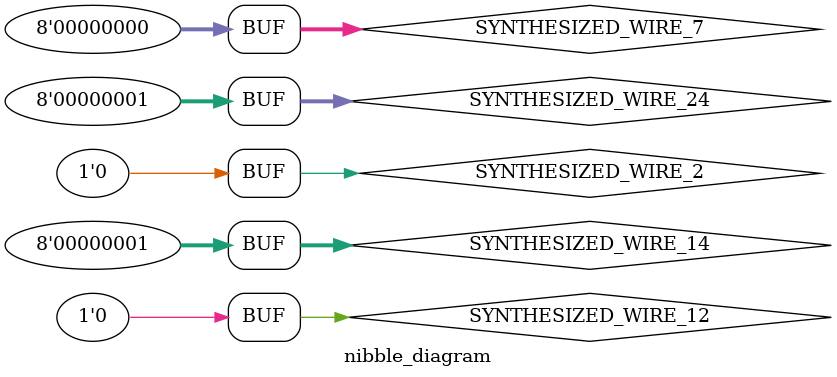
<source format=v>


module nibble_diagram(
);



wire	SYNTHESIZED_WIRE_0;
wire	[7:0] SYNTHESIZED_WIRE_1;
wire	SYNTHESIZED_WIRE_2;
wire	[7:0] SYNTHESIZED_WIRE_3;
wire	[7:0] SYNTHESIZED_WIRE_4;
wire	SYNTHESIZED_WIRE_5;
wire	[7:0] SYNTHESIZED_WIRE_6;
wire	[0:7] SYNTHESIZED_WIRE_7;
wire	SYNTHESIZED_WIRE_8;
wire	SYNTHESIZED_WIRE_34;
wire	[7:0] SYNTHESIZED_WIRE_10;
wire	[7:0] SYNTHESIZED_WIRE_11;
wire	SYNTHESIZED_WIRE_12;
wire	[7:0] SYNTHESIZED_WIRE_35;
wire	[0:7] SYNTHESIZED_WIRE_14;
wire	[7:0] SYNTHESIZED_WIRE_18;
wire	SYNTHESIZED_WIRE_19;
wire	[7:0] SYNTHESIZED_WIRE_20;
wire	[7:0] SYNTHESIZED_WIRE_21;
wire	[7:0] SYNTHESIZED_WIRE_36;
wire	[7:0] SYNTHESIZED_WIRE_23;
wire	[0:7] SYNTHESIZED_WIRE_24;
wire	[1:0] SYNTHESIZED_WIRE_25;
wire	[23:0] SYNTHESIZED_WIRE_26;
wire	[7:0] SYNTHESIZED_WIRE_29;
wire	[7:0] SYNTHESIZED_WIRE_31;
wire	[7:0] SYNTHESIZED_WIRE_33;

assign	SYNTHESIZED_WIRE_2 = 0;
assign	SYNTHESIZED_WIRE_7 = 0;
assign	SYNTHESIZED_WIRE_12 = 0;
assign	SYNTHESIZED_WIRE_14 = 1;
assign	SYNTHESIZED_WIRE_24 = 1;




controle_central	b2v_inst(
	.ovf(SYNTHESIZED_WIRE_0),
	.op(SYNTHESIZED_WIRE_1),
	
	.DUMP(SYNTHESIZED_WIRE_8),
	.sel_mux2(SYNTHESIZED_WIRE_19),
	.sel_mux3(SYNTHESIZED_WIRE_5),
	.sel_mux1(SYNTHESIZED_WIRE_25));


clock	b2v_inst10(
	.clock(SYNTHESIZED_WIRE_34));


adder_8bit	b2v_inst16(
	.cin(SYNTHESIZED_WIRE_2),
	.a(SYNTHESIZED_WIRE_3),
	.b(SYNTHESIZED_WIRE_4),
	
	.ovf(SYNTHESIZED_WIRE_0),
	.soma(SYNTHESIZED_WIRE_18));



mux_2to1	b2v_inst18(
	.sel(SYNTHESIZED_WIRE_5),
	.in1(SYNTHESIZED_WIRE_6),
	.in2(SYNTHESIZED_WIRE_7),
	.out(SYNTHESIZED_WIRE_10));



single_port_ram	b2v_inst2(
	.we(SYNTHESIZED_WIRE_8),
	.clk(SYNTHESIZED_WIRE_34),
	.addr(SYNTHESIZED_WIRE_10),
	.data(SYNTHESIZED_WIRE_11),
	.q(SYNTHESIZED_WIRE_20));


adder_8bit	b2v_inst20(
	.cin(SYNTHESIZED_WIRE_12),
	.a(SYNTHESIZED_WIRE_35),
	.b(SYNTHESIZED_WIRE_14),
	
	
	.soma(SYNTHESIZED_WIRE_29));





single_port_rom	b2v_inst3(
	.clk(SYNTHESIZED_WIRE_34),
	.addr(SYNTHESIZED_WIRE_35),
	.q(SYNTHESIZED_WIRE_26));


reg_carga_paralela	b2v_inst31(
	.clk(SYNTHESIZED_WIRE_34),
	.data_in(SYNTHESIZED_WIRE_18),
	.data_out(SYNTHESIZED_WIRE_11));


mux_2to1	b2v_inst4(
	.sel(SYNTHESIZED_WIRE_19),
	.in1(SYNTHESIZED_WIRE_20),
	.in2(SYNTHESIZED_WIRE_21),
	.out(SYNTHESIZED_WIRE_4));


mux_3to1	b2v_inst5(
	.in1(SYNTHESIZED_WIRE_36),
	.in2(SYNTHESIZED_WIRE_23),
	.in3(SYNTHESIZED_WIRE_24),
	.sel(SYNTHESIZED_WIRE_25),
	.out(SYNTHESIZED_WIRE_3));


decod_instr	b2v_inst8(
	.instrucao(SYNTHESIZED_WIRE_26),
	.addr(SYNTHESIZED_WIRE_6),
	.op_code(SYNTHESIZED_WIRE_1),
	.x(SYNTHESIZED_WIRE_31),
	.y(SYNTHESIZED_WIRE_33));


twos_complement	b2v_inst9(
	.a(SYNTHESIZED_WIRE_36),
	.b(SYNTHESIZED_WIRE_23));


reg_carga_paralela	b2v_PC(
	.clk(SYNTHESIZED_WIRE_34),
	.data_in(SYNTHESIZED_WIRE_29),
	.data_out(SYNTHESIZED_WIRE_35));


reg_carga_paralela	b2v_X(
	.clk(SYNTHESIZED_WIRE_34),
	.data_in(SYNTHESIZED_WIRE_31),
	.data_out(SYNTHESIZED_WIRE_36));


reg_carga_paralela	b2v_Y(
	.clk(SYNTHESIZED_WIRE_34),
	.data_in(SYNTHESIZED_WIRE_33),
	.data_out(SYNTHESIZED_WIRE_21));


endmodule

</source>
